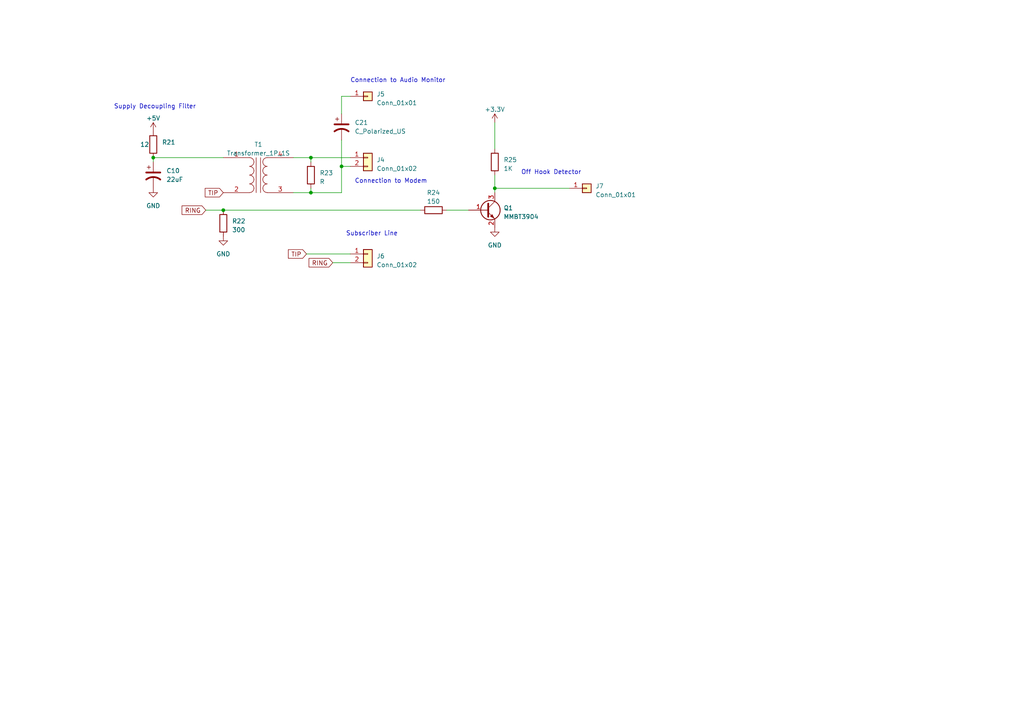
<source format=kicad_sch>
(kicad_sch (version 20230121) (generator eeschema)
  (paper "A4")
  (lib_symbols
    (symbol "Connector_Generic:Conn_01x01" (pin_names (offset 1.016) hide)
      (property "Reference" "J" (at 0 2.54 0))
      (property "Value" "Conn_01x01" (at 0 -2.54 0))
      (symbol "Conn_01x01_1_1"
        (rectangle (start -1.27 0.127) (end 0 -0.127) (stroke (width 0.1524)))
        (rectangle (start -1.27 1.27) (end 1.27 -1.27) (stroke (width 0.254)) (fill (type background)))
        (pin passive line (at -5.08 0 0) (length 3.81) (name "Pin_1") (number "1"))
      )
    )
    (symbol "Connector_Generic:Conn_01x02" (pin_names (offset 1.016) hide)
      (property "Reference" "J" (at 0 2.54 0))
      (property "Value" "Conn_01x02" (at 0 -5.08 0))
      (symbol "Conn_01x02_1_1"
        (rectangle (start -1.27 -2.413) (end 0 -2.667) (stroke (width 0.1524)))
        (rectangle (start -1.27 0.127) (end 0 -0.127) (stroke (width 0.1524)))
        (rectangle (start -1.27 1.27) (end 1.27 -3.81) (stroke (width 0.254)) (fill (type background)))
        (pin passive line (at -5.08 0 0) (length 3.81) (name "Pin_1") (number "1"))
        (pin passive line (at -5.08 -2.54 0) (length 3.81) (name "Pin_2") (number "2"))
      )
    )
    (symbol "Device:C_Polarized_US" (pin_numbers hide) (pin_names (offset 0.254) hide)
      (property "Reference" "C" (at 0.635 2.54 0))
      (property "Value" "C_Polarized_US" (at 0.635 -2.54 0))
      (symbol "C_Polarized_US_0_1"
        (polyline (pts (xy -2.032 0.762) (xy 2.032 0.762)) (stroke (width 0.508)))
        (polyline (pts (xy -1.778 2.286) (xy -0.762 2.286)))
        (polyline (pts (xy -1.27 1.778) (xy -1.27 2.794)))
        (arc (start 2.032 -1.27) (mid 0 -0.5572) (end -2.032 -1.27) (stroke (width 0.508)))
      )
      (symbol "C_Polarized_US_1_1"
        (pin passive line (at 0 3.81 270) (length 2.794) (name "~") (number "1"))
        (pin passive line (at 0 -3.81 90) (length 3.302) (name "~") (number "2"))
      )
    )
    (symbol "Device:R" (pin_numbers hide) (pin_names (offset 0))
      (property "Reference" "R" (at 2.032 0 90))
      (property "Value" "R" (at 0 0 90))
      (symbol "R_0_1"
        (rectangle (start -1.016 -2.54) (end 1.016 2.54) (stroke (width 0.254)))
      )
      (symbol "R_1_1"
        (pin passive line (at 0 3.81 270) (length 1.27) (name "~") (number "1"))
        (pin passive line (at 0 -3.81 90) (length 1.27) (name "~") (number "2"))
      )
    )
    (symbol "Device:Transformer_1P_1S" (pin_names (offset 1.016) hide)
      (property "Reference" "T" (at 0 6.35 0))
      (property "Value" "Transformer_1P_1S" (at 0 -7.62 0))
      (symbol "Transformer_1P_1S_0_1"
        (arc (start -2.54 -5.0546) (mid -1.6599 -4.6901) (end -1.27 -3.81))
        (arc (start -2.54 -2.5146) (mid -1.6599 -2.1501) (end -1.27 -1.27))
        (arc (start -2.54 0.0254) (mid -1.6599 0.3899) (end -1.27 1.27))
        (arc (start -2.54 2.5654) (mid -1.6599 2.9299) (end -1.27 3.81))
        (arc (start -1.27 -3.81) (mid -1.642 -2.912) (end -2.54 -2.54))
        (arc (start -1.27 -1.27) (mid -1.642 -0.372) (end -2.54 0))
        (arc (start -1.27 1.27) (mid -1.642 2.168) (end -2.54 2.54))
        (arc (start -1.27 3.81) (mid -1.642 4.708) (end -2.54 5.08))
        (polyline (pts (xy -0.635 5.08) (xy -0.635 -5.08)))
        (polyline (pts (xy 0.635 -5.08) (xy 0.635 5.08)))
        (arc (start 1.2954 -1.27) (mid 1.6599 -2.1501) (end 2.54 -2.5146))
        (arc (start 1.2954 1.27) (mid 1.6599 0.3899) (end 2.54 0.0254))
        (arc (start 1.2954 3.81) (mid 1.6599 2.9299) (end 2.54 2.5654))
        (arc (start 1.3208 -3.81) (mid 1.6853 -4.6901) (end 2.5654 -5.0546))
        (arc (start 2.54 0) (mid 1.642 -0.372) (end 1.2954 -1.27))
        (arc (start 2.54 2.54) (mid 1.642 2.168) (end 1.2954 1.27))
        (arc (start 2.54 5.08) (mid 1.642 4.708) (end 1.2954 3.81))
        (arc (start 2.5654 -2.54) (mid 1.6674 -2.912) (end 1.3208 -3.81))
      )
      (symbol "Transformer_1P_1S_1_1"
        (pin passive line (at -10.16 5.08 0) (length 7.62) (name "AA") (number "1"))
        (pin passive line (at -10.16 -5.08 0) (length 7.62) (name "AB") (number "2"))
        (pin passive line (at 10.16 -5.08 180) (length 7.62) (name "SA") (number "3"))
        (pin passive line (at 10.16 5.08 180) (length 7.62) (name "SB") (number "4"))
      )
    )
    (symbol "Transistor_BJT:MMBT3904" (pin_names (offset 0) hide)
      (property "Reference" "Q" (at 5.08 1.905 0))
      (property "Value" "MMBT3904" (at 5.08 0 0))
      (symbol "MMBT3904_0_1"
        (polyline (pts (xy 0.635 0.635) (xy 2.54 2.54)))
        (polyline (pts (xy 0.635 -0.635) (xy 2.54 -2.54) (xy 2.54 -2.54)))
        (polyline (pts (xy 0.635 1.905) (xy 0.635 -1.905) (xy 0.635 -1.905)) (stroke (width 0.508)))
        (polyline (pts (xy 1.27 -1.778) (xy 1.778 -1.27) (xy 2.286 -2.286) (xy 1.27 -1.778) (xy 1.27 -1.778)) (fill (type outline)))
        (circle (center 1.27 0) (radius 2.8194) (stroke (width 0.254)))
      )
      (symbol "MMBT3904_1_1"
        (pin input line (at -5.08 0 0) (length 5.715) (name "B") (number "1"))
        (pin passive line (at 2.54 -5.08 90) (length 2.54) (name "E") (number "2"))
        (pin passive line (at 2.54 5.08 270) (length 2.54) (name "C") (number "3"))
      )
    )
    (symbol "power:+3.3V" (power) (pin_names (offset 0))
      (property "Value" "+3.3V" (at 0 3.556 0))
      (symbol "+3.3V_0_1"
        (polyline (pts (xy -0.762 1.27) (xy 0 2.54)))
        (polyline (pts (xy 0 0) (xy 0 2.54)))
        (polyline (pts (xy 0 2.54) (xy 0.762 1.27)))
      )
      (symbol "+3.3V_1_1"
        (pin power_in line (at 0 0 90) (length 0) hide (name "+3.3V") (number "1"))
      )
    )
    (symbol "power:+5V" (power) (pin_names (offset 0))
      (property "Value" "+5V" (at 0 3.556 0))
      (symbol "+5V_0_1"
        (polyline (pts (xy -0.762 1.27) (xy 0 2.54)))
        (polyline (pts (xy 0 0) (xy 0 2.54)))
        (polyline (pts (xy 0 2.54) (xy 0.762 1.27)))
      )
      (symbol "+5V_1_1"
        (pin power_in line (at 0 0 90) (length 0) hide (name "+5V") (number "1"))
      )
    )
    (symbol "power:GND" (power) (pin_names (offset 0))
      (property "Value" "GND" (at 0 -3.81 0))
      (symbol "GND_0_1"
        (polyline (pts (xy 0 0) (xy 0 -1.27) (xy 1.27 -1.27) (xy 0 -2.54) (xy -1.27 -1.27) (xy 0 -1.27)))
      )
      (symbol "GND_1_1"
        (pin power_in line (at 0 0 270) (length 0) hide (name "GND") (number "1"))
      )
    )
  )
  (junction (at 99.06 48.26))
  (junction (at 143.51 54.61))
  (junction (at 64.77 60.96))
  (junction (at 44.45 45.72))
  (junction (at 90.17 45.72))
  (junction (at 90.17 55.88))
  (wire (pts (xy 44.45 46.99) (xy 44.45 45.72)))
  (wire (pts (xy 99.06 48.26) (xy 101.6 48.26)))
  (wire (pts (xy 64.77 60.96) (xy 121.92 60.96)))
  (wire (pts (xy 99.06 55.88) (xy 99.06 48.26)))
  (wire (pts (xy 90.17 45.72) (xy 90.17 46.99)))
  (wire (pts (xy 99.06 40.64) (xy 99.06 48.26)))
  (wire (pts (xy 85.09 55.88) (xy 90.17 55.88)))
  (wire (pts (xy 143.51 54.61) (xy 165.1 54.61)))
  (wire (pts (xy 90.17 55.88) (xy 99.06 55.88)))
  (wire (pts (xy 88.9 73.66) (xy 101.6 73.66)))
  (wire (pts (xy 44.45 45.72) (xy 64.77 45.72)))
  (wire (pts (xy 90.17 45.72) (xy 101.6 45.72)))
  (wire (pts (xy 59.69 60.96) (xy 64.77 60.96)))
  (wire (pts (xy 96.52 76.2) (xy 101.6 76.2)))
  (wire (pts (xy 85.09 45.72) (xy 90.17 45.72)))
  (wire (pts (xy 99.06 33.02) (xy 99.06 27.94)))
  (wire (pts (xy 143.51 54.61) (xy 143.51 55.88)))
  (wire (pts (xy 90.17 54.61) (xy 90.17 55.88)))
  (wire (pts (xy 143.51 50.8) (xy 143.51 54.61)))
  (wire (pts (xy 129.54 60.96) (xy 135.89 60.96)))
  (wire (pts (xy 99.06 27.94) (xy 101.6 27.94)))
  (wire (pts (xy 143.51 35.56) (xy 143.51 43.18)))
  (text "Connection to Audio Monitor" (at 101.6 24.13 0) (effects (font (size 1.27 1.27)) (justify left bottom)))
  (text "Subscriber Line" (at 100.33 68.58 0) (effects (font (size 1.27 1.27)) (justify left bottom)))
  (text "Supply Decoupling Filter" (at 33.02 31.75 0) (effects (font (size 1.27 1.27)) (justify left bottom)))
  (text "Connection to Modem" (at 102.87 53.34 0) (effects (font (size 1.27 1.27)) (justify left bottom)))
  (text "Off Hook Detector" (at 151.13 50.8 0) (effects (font (size 1.27 1.27)) (justify left bottom)))
  (global_label "TIP" (shape input) (at 64.77 55.88 180) (property "Intersheetrefs" "${INTERSHEET_REFS}" (effects hide)))
  (global_label "RING" (shape input) (at 59.69 60.96 180) (property "Intersheetrefs" "${INTERSHEET_REFS}" (effects hide)))
  (global_label "RING" (shape input) (at 96.52 76.2 180) (property "Intersheetrefs" "${INTERSHEET_REFS}" (effects hide)))
  (global_label "TIP" (shape input) (at 88.9 73.66 180) (property "Intersheetrefs" "${INTERSHEET_REFS}" (effects hide)))
  (symbol (lib_id "power:+5V") (at 44.45 38.1 0) (unit 1)
    (property "Reference" "#PWR014" (effects hide))
    (property "Value" "+5V" (at 44.45 34.29 0))
  )
  (symbol (lib_id "Connector_Generic:Conn_01x02") (at 106.68 73.66 0) (unit 1)
    (property "Reference" "J6" (at 109.22 74.295 0) (effects (justify left)))
    (property "Value" "Conn_01x02" (at 109.22 76.835 0) (effects (justify left)))
    (property "Footprint" "Connector_PinHeader_2.54mm:PinHeader_1x02_P2.54mm_Vertical" (effects hide))
  )
  (symbol (lib_id "Connector_Generic:Conn_01x01") (at 170.18 54.61 0) (unit 1)
    (property "Reference" "J7" (at 172.72 53.975 0) (effects (justify left)))
    (property "Value" "Conn_01x01" (at 172.72 56.515 0) (effects (justify left)))
    (property "Footprint" "Connector_PinHeader_2.54mm:PinHeader_1x01_P2.54mm_Vertical" (effects hide))
  )
  (symbol (lib_id "power:GND") (at 64.77 68.58 0) (unit 1)
    (property "Reference" "#PWR016" (effects hide))
    (property "Value" "GND" (at 64.77 73.66 0))
  )
  (symbol (lib_id "Device:C_Polarized_US") (at 44.45 50.8 0) (unit 1)
    (property "Reference" "C10" (at 48.26 49.53 0) (effects (justify left)))
    (property "Value" "22uF" (at 48.26 52.07 0) (effects (justify left)))
    (property "Footprint" "Capacitor_THT:CP_Radial_D5.0mm_P2.50mm" (effects hide))
  )
  (symbol (lib_id "Connector_Generic:Conn_01x02") (at 106.68 45.72 0) (unit 1)
    (property "Reference" "J4" (at 109.22 46.355 0) (effects (justify left)))
    (property "Value" "Conn_01x02" (at 109.22 48.895 0) (effects (justify left)))
    (property "Footprint" "Connector_PinHeader_2.54mm:PinHeader_1x02_P2.54mm_Vertical" (effects hide))
  )
  (symbol (lib_id "Device:Transformer_1P_1S") (at 74.93 50.8 0) (unit 1)
    (property "Reference" "T1" (at 74.9427 41.91 0))
    (property "Value" "Transformer_1P_1S" (at 74.9427 44.45 0))
    (property "Footprint" "bruce-footprints:Audio_Transformer" (effects hide))
  )
  (symbol (lib_id "Connector_Generic:Conn_01x01") (at 106.68 27.94 0) (unit 1)
    (property "Reference" "J5" (at 109.22 27.305 0) (effects (justify left)))
    (property "Value" "Conn_01x01" (at 109.22 29.845 0) (effects (justify left)))
    (property "Footprint" "Connector_PinHeader_2.54mm:PinHeader_1x01_P2.54mm_Vertical" (effects hide))
  )
  (symbol (lib_id "Device:R") (at 90.17 50.8 0) (unit 1)
    (property "Reference" "R23" (at 92.71 50.165 0) (effects (justify left)))
    (property "Value" "R" (at 92.71 52.705 0) (effects (justify left)))
    (property "Footprint" "Resistor_SMD:R_0805_2012Metric_Pad1.20x1.40mm_HandSolder" (effects hide))
  )
  (symbol (lib_id "power:GND") (at 44.45 54.61 0) (unit 1)
    (property "Reference" "#PWR015" (effects hide))
    (property "Value" "GND" (at 44.45 59.69 0))
  )
  (symbol (lib_id "Device:R") (at 143.51 46.99 0) (unit 1)
    (property "Reference" "R25" (at 146.05 46.355 0) (effects (justify left)))
    (property "Value" "1K" (at 146.05 48.895 0) (effects (justify left)))
    (property "Footprint" "Resistor_SMD:R_0805_2012Metric_Pad1.20x1.40mm_HandSolder" (effects hide))
  )
  (symbol (lib_id "Device:R") (at 125.73 60.96 90) (unit 1)
    (property "Reference" "R24" (at 125.73 55.88 90))
    (property "Value" "150" (at 125.73 58.42 90))
    (property "Footprint" "Resistor_SMD:R_0805_2012Metric_Pad1.20x1.40mm_HandSolder" (effects hide))
  )
  (symbol (lib_id "Device:R") (at 44.45 41.91 0) (unit 1)
    (property "Reference" "R21" (at 46.99 41.275 0) (effects (justify left)))
    (property "Value" "12" (at 40.64 41.91 0) (effects (justify left)))
    (property "Footprint" "Resistor_SMD:R_0805_2012Metric_Pad1.20x1.40mm_HandSolder" (effects hide))
  )
  (symbol (lib_id "Transistor_BJT:MMBT3904") (at 140.97 60.96 0) (unit 1)
    (property "Reference" "Q1" (at 146.05 60.325 0) (effects (justify left)))
    (property "Value" "MMBT3904" (at 146.05 62.865 0) (effects (justify left)))
    (property "Footprint" "Package_TO_SOT_SMD:SOT-23" (effects hide))
    (property "Datasheet" "https://www.onsemi.com/pub/Collateral/2N3903-D.PDF" (effects hide))
  )
  (symbol (lib_id "power:GND") (at 143.51 66.04 0) (unit 1)
    (property "Reference" "#PWR018" (effects hide))
    (property "Value" "GND" (at 143.51 71.12 0))
  )
  (symbol (lib_id "power:+3.3V") (at 143.51 35.56 0) (unit 1)
    (property "Reference" "#PWR017" (effects hide))
    (property "Value" "+3.3V" (at 143.51 31.75 0))
  )
  (symbol (lib_id "Device:C_Polarized_US") (at 99.06 36.83 0) (unit 1)
    (property "Reference" "C21" (at 102.87 35.56 0) (effects (justify left)))
    (property "Value" "C_Polarized_US" (at 102.87 38.1 0) (effects (justify left)))
    (property "Footprint" "Capacitor_THT:CP_Radial_D5.0mm_P2.50mm" (effects hide))
  )
  (symbol (lib_id "Device:R") (at 64.77 64.77 0) (unit 1)
    (property "Reference" "R22" (at 67.31 64.135 0) (effects (justify left)))
    (property "Value" "300" (at 67.31 66.675 0) (effects (justify left)))
    (property "Footprint" "Resistor_SMD:R_0805_2012Metric_Pad1.20x1.40mm_HandSolder" (effects hide))
  )
)
</source>
